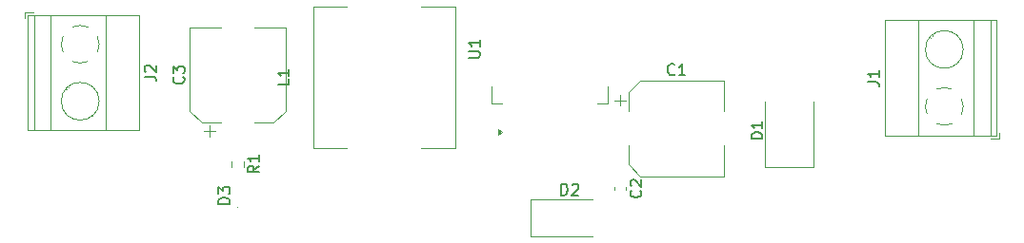
<source format=gbr>
%TF.GenerationSoftware,KiCad,Pcbnew,8.0.4*%
%TF.CreationDate,2024-09-09T00:03:51+05:30*%
%TF.ProjectId,buck conv,6275636b-2063-46f6-9e76-2e6b69636164,rev?*%
%TF.SameCoordinates,Original*%
%TF.FileFunction,Legend,Top*%
%TF.FilePolarity,Positive*%
%FSLAX46Y46*%
G04 Gerber Fmt 4.6, Leading zero omitted, Abs format (unit mm)*
G04 Created by KiCad (PCBNEW 8.0.4) date 2024-09-09 00:03:51*
%MOMM*%
%LPD*%
G01*
G04 APERTURE LIST*
%ADD10C,0.150000*%
%ADD11C,0.120000*%
%ADD12C,0.100000*%
G04 APERTURE END LIST*
D10*
X133159580Y-116416666D02*
X133207200Y-116464285D01*
X133207200Y-116464285D02*
X133254819Y-116607142D01*
X133254819Y-116607142D02*
X133254819Y-116702380D01*
X133254819Y-116702380D02*
X133207200Y-116845237D01*
X133207200Y-116845237D02*
X133111961Y-116940475D01*
X133111961Y-116940475D02*
X133016723Y-116988094D01*
X133016723Y-116988094D02*
X132826247Y-117035713D01*
X132826247Y-117035713D02*
X132683390Y-117035713D01*
X132683390Y-117035713D02*
X132492914Y-116988094D01*
X132492914Y-116988094D02*
X132397676Y-116940475D01*
X132397676Y-116940475D02*
X132302438Y-116845237D01*
X132302438Y-116845237D02*
X132254819Y-116702380D01*
X132254819Y-116702380D02*
X132254819Y-116607142D01*
X132254819Y-116607142D02*
X132302438Y-116464285D01*
X132302438Y-116464285D02*
X132350057Y-116416666D01*
X132254819Y-116083332D02*
X132254819Y-115464285D01*
X132254819Y-115464285D02*
X132635771Y-115797618D01*
X132635771Y-115797618D02*
X132635771Y-115654761D01*
X132635771Y-115654761D02*
X132683390Y-115559523D01*
X132683390Y-115559523D02*
X132731009Y-115511904D01*
X132731009Y-115511904D02*
X132826247Y-115464285D01*
X132826247Y-115464285D02*
X133064342Y-115464285D01*
X133064342Y-115464285D02*
X133159580Y-115511904D01*
X133159580Y-115511904D02*
X133207200Y-115559523D01*
X133207200Y-115559523D02*
X133254819Y-115654761D01*
X133254819Y-115654761D02*
X133254819Y-115940475D01*
X133254819Y-115940475D02*
X133207200Y-116035713D01*
X133207200Y-116035713D02*
X133159580Y-116083332D01*
X173789580Y-126529166D02*
X173837200Y-126576785D01*
X173837200Y-126576785D02*
X173884819Y-126719642D01*
X173884819Y-126719642D02*
X173884819Y-126814880D01*
X173884819Y-126814880D02*
X173837200Y-126957737D01*
X173837200Y-126957737D02*
X173741961Y-127052975D01*
X173741961Y-127052975D02*
X173646723Y-127100594D01*
X173646723Y-127100594D02*
X173456247Y-127148213D01*
X173456247Y-127148213D02*
X173313390Y-127148213D01*
X173313390Y-127148213D02*
X173122914Y-127100594D01*
X173122914Y-127100594D02*
X173027676Y-127052975D01*
X173027676Y-127052975D02*
X172932438Y-126957737D01*
X172932438Y-126957737D02*
X172884819Y-126814880D01*
X172884819Y-126814880D02*
X172884819Y-126719642D01*
X172884819Y-126719642D02*
X172932438Y-126576785D01*
X172932438Y-126576785D02*
X172980057Y-126529166D01*
X172980057Y-126148213D02*
X172932438Y-126100594D01*
X172932438Y-126100594D02*
X172884819Y-126005356D01*
X172884819Y-126005356D02*
X172884819Y-125767261D01*
X172884819Y-125767261D02*
X172932438Y-125672023D01*
X172932438Y-125672023D02*
X172980057Y-125624404D01*
X172980057Y-125624404D02*
X173075295Y-125576785D01*
X173075295Y-125576785D02*
X173170533Y-125576785D01*
X173170533Y-125576785D02*
X173313390Y-125624404D01*
X173313390Y-125624404D02*
X173884819Y-126195832D01*
X173884819Y-126195832D02*
X173884819Y-125576785D01*
X129714819Y-116373333D02*
X130429104Y-116373333D01*
X130429104Y-116373333D02*
X130571961Y-116420952D01*
X130571961Y-116420952D02*
X130667200Y-116516190D01*
X130667200Y-116516190D02*
X130714819Y-116659047D01*
X130714819Y-116659047D02*
X130714819Y-116754285D01*
X129810057Y-115944761D02*
X129762438Y-115897142D01*
X129762438Y-115897142D02*
X129714819Y-115801904D01*
X129714819Y-115801904D02*
X129714819Y-115563809D01*
X129714819Y-115563809D02*
X129762438Y-115468571D01*
X129762438Y-115468571D02*
X129810057Y-115420952D01*
X129810057Y-115420952D02*
X129905295Y-115373333D01*
X129905295Y-115373333D02*
X130000533Y-115373333D01*
X130000533Y-115373333D02*
X130143390Y-115420952D01*
X130143390Y-115420952D02*
X130714819Y-115992380D01*
X130714819Y-115992380D02*
X130714819Y-115373333D01*
X158529819Y-114686904D02*
X159339342Y-114686904D01*
X159339342Y-114686904D02*
X159434580Y-114639285D01*
X159434580Y-114639285D02*
X159482200Y-114591666D01*
X159482200Y-114591666D02*
X159529819Y-114496428D01*
X159529819Y-114496428D02*
X159529819Y-114305952D01*
X159529819Y-114305952D02*
X159482200Y-114210714D01*
X159482200Y-114210714D02*
X159434580Y-114163095D01*
X159434580Y-114163095D02*
X159339342Y-114115476D01*
X159339342Y-114115476D02*
X158529819Y-114115476D01*
X159529819Y-113115476D02*
X159529819Y-113686904D01*
X159529819Y-113401190D02*
X158529819Y-113401190D01*
X158529819Y-113401190D02*
X158672676Y-113496428D01*
X158672676Y-113496428D02*
X158767914Y-113591666D01*
X158767914Y-113591666D02*
X158815533Y-113686904D01*
X176833333Y-116159580D02*
X176785714Y-116207200D01*
X176785714Y-116207200D02*
X176642857Y-116254819D01*
X176642857Y-116254819D02*
X176547619Y-116254819D01*
X176547619Y-116254819D02*
X176404762Y-116207200D01*
X176404762Y-116207200D02*
X176309524Y-116111961D01*
X176309524Y-116111961D02*
X176261905Y-116016723D01*
X176261905Y-116016723D02*
X176214286Y-115826247D01*
X176214286Y-115826247D02*
X176214286Y-115683390D01*
X176214286Y-115683390D02*
X176261905Y-115492914D01*
X176261905Y-115492914D02*
X176309524Y-115397676D01*
X176309524Y-115397676D02*
X176404762Y-115302438D01*
X176404762Y-115302438D02*
X176547619Y-115254819D01*
X176547619Y-115254819D02*
X176642857Y-115254819D01*
X176642857Y-115254819D02*
X176785714Y-115302438D01*
X176785714Y-115302438D02*
X176833333Y-115350057D01*
X177785714Y-116254819D02*
X177214286Y-116254819D01*
X177500000Y-116254819D02*
X177500000Y-115254819D01*
X177500000Y-115254819D02*
X177404762Y-115397676D01*
X177404762Y-115397676D02*
X177309524Y-115492914D01*
X177309524Y-115492914D02*
X177214286Y-115540533D01*
X166761905Y-126954819D02*
X166761905Y-125954819D01*
X166761905Y-125954819D02*
X167000000Y-125954819D01*
X167000000Y-125954819D02*
X167142857Y-126002438D01*
X167142857Y-126002438D02*
X167238095Y-126097676D01*
X167238095Y-126097676D02*
X167285714Y-126192914D01*
X167285714Y-126192914D02*
X167333333Y-126383390D01*
X167333333Y-126383390D02*
X167333333Y-126526247D01*
X167333333Y-126526247D02*
X167285714Y-126716723D01*
X167285714Y-126716723D02*
X167238095Y-126811961D01*
X167238095Y-126811961D02*
X167142857Y-126907200D01*
X167142857Y-126907200D02*
X167000000Y-126954819D01*
X167000000Y-126954819D02*
X166761905Y-126954819D01*
X167714286Y-126050057D02*
X167761905Y-126002438D01*
X167761905Y-126002438D02*
X167857143Y-125954819D01*
X167857143Y-125954819D02*
X168095238Y-125954819D01*
X168095238Y-125954819D02*
X168190476Y-126002438D01*
X168190476Y-126002438D02*
X168238095Y-126050057D01*
X168238095Y-126050057D02*
X168285714Y-126145295D01*
X168285714Y-126145295D02*
X168285714Y-126240533D01*
X168285714Y-126240533D02*
X168238095Y-126383390D01*
X168238095Y-126383390D02*
X167666667Y-126954819D01*
X167666667Y-126954819D02*
X168285714Y-126954819D01*
X139884819Y-124341666D02*
X139408628Y-124674999D01*
X139884819Y-124913094D02*
X138884819Y-124913094D01*
X138884819Y-124913094D02*
X138884819Y-124532142D01*
X138884819Y-124532142D02*
X138932438Y-124436904D01*
X138932438Y-124436904D02*
X138980057Y-124389285D01*
X138980057Y-124389285D02*
X139075295Y-124341666D01*
X139075295Y-124341666D02*
X139218152Y-124341666D01*
X139218152Y-124341666D02*
X139313390Y-124389285D01*
X139313390Y-124389285D02*
X139361009Y-124436904D01*
X139361009Y-124436904D02*
X139408628Y-124532142D01*
X139408628Y-124532142D02*
X139408628Y-124913094D01*
X139884819Y-123389285D02*
X139884819Y-123960713D01*
X139884819Y-123674999D02*
X138884819Y-123674999D01*
X138884819Y-123674999D02*
X139027676Y-123770237D01*
X139027676Y-123770237D02*
X139122914Y-123865475D01*
X139122914Y-123865475D02*
X139170533Y-123960713D01*
X137284819Y-127738094D02*
X136284819Y-127738094D01*
X136284819Y-127738094D02*
X136284819Y-127499999D01*
X136284819Y-127499999D02*
X136332438Y-127357142D01*
X136332438Y-127357142D02*
X136427676Y-127261904D01*
X136427676Y-127261904D02*
X136522914Y-127214285D01*
X136522914Y-127214285D02*
X136713390Y-127166666D01*
X136713390Y-127166666D02*
X136856247Y-127166666D01*
X136856247Y-127166666D02*
X137046723Y-127214285D01*
X137046723Y-127214285D02*
X137141961Y-127261904D01*
X137141961Y-127261904D02*
X137237200Y-127357142D01*
X137237200Y-127357142D02*
X137284819Y-127499999D01*
X137284819Y-127499999D02*
X137284819Y-127738094D01*
X136284819Y-126833332D02*
X136284819Y-126214285D01*
X136284819Y-126214285D02*
X136665771Y-126547618D01*
X136665771Y-126547618D02*
X136665771Y-126404761D01*
X136665771Y-126404761D02*
X136713390Y-126309523D01*
X136713390Y-126309523D02*
X136761009Y-126261904D01*
X136761009Y-126261904D02*
X136856247Y-126214285D01*
X136856247Y-126214285D02*
X137094342Y-126214285D01*
X137094342Y-126214285D02*
X137189580Y-126261904D01*
X137189580Y-126261904D02*
X137237200Y-126309523D01*
X137237200Y-126309523D02*
X137284819Y-126404761D01*
X137284819Y-126404761D02*
X137284819Y-126690475D01*
X137284819Y-126690475D02*
X137237200Y-126785713D01*
X137237200Y-126785713D02*
X137189580Y-126833332D01*
X193999819Y-116838333D02*
X194714104Y-116838333D01*
X194714104Y-116838333D02*
X194856961Y-116885952D01*
X194856961Y-116885952D02*
X194952200Y-116981190D01*
X194952200Y-116981190D02*
X194999819Y-117124047D01*
X194999819Y-117124047D02*
X194999819Y-117219285D01*
X194999819Y-115838333D02*
X194999819Y-116409761D01*
X194999819Y-116124047D02*
X193999819Y-116124047D01*
X193999819Y-116124047D02*
X194142676Y-116219285D01*
X194142676Y-116219285D02*
X194237914Y-116314523D01*
X194237914Y-116314523D02*
X194285533Y-116409761D01*
X142564819Y-116616666D02*
X142564819Y-117092856D01*
X142564819Y-117092856D02*
X141564819Y-117092856D01*
X142564819Y-115759523D02*
X142564819Y-116330951D01*
X142564819Y-116045237D02*
X141564819Y-116045237D01*
X141564819Y-116045237D02*
X141707676Y-116140475D01*
X141707676Y-116140475D02*
X141802914Y-116235713D01*
X141802914Y-116235713D02*
X141850533Y-116330951D01*
X184634819Y-121925594D02*
X183634819Y-121925594D01*
X183634819Y-121925594D02*
X183634819Y-121687499D01*
X183634819Y-121687499D02*
X183682438Y-121544642D01*
X183682438Y-121544642D02*
X183777676Y-121449404D01*
X183777676Y-121449404D02*
X183872914Y-121401785D01*
X183872914Y-121401785D02*
X184063390Y-121354166D01*
X184063390Y-121354166D02*
X184206247Y-121354166D01*
X184206247Y-121354166D02*
X184396723Y-121401785D01*
X184396723Y-121401785D02*
X184491961Y-121449404D01*
X184491961Y-121449404D02*
X184587200Y-121544642D01*
X184587200Y-121544642D02*
X184634819Y-121687499D01*
X184634819Y-121687499D02*
X184634819Y-121925594D01*
X184634819Y-120401785D02*
X184634819Y-120973213D01*
X184634819Y-120687499D02*
X183634819Y-120687499D01*
X183634819Y-120687499D02*
X183777676Y-120782737D01*
X183777676Y-120782737D02*
X183872914Y-120877975D01*
X183872914Y-120877975D02*
X183920533Y-120973213D01*
D11*
%TO.C,C3*%
X133740000Y-111990000D02*
X136490000Y-111990000D01*
X133740000Y-119445563D02*
X133740000Y-111990000D01*
X134804437Y-120510000D02*
X133740000Y-119445563D01*
X134804437Y-120510000D02*
X136490000Y-120510000D01*
X134990000Y-121250000D02*
X135990000Y-121250000D01*
X135490000Y-121750000D02*
X135490000Y-120750000D01*
X141195563Y-120510000D02*
X139510000Y-120510000D01*
X141195563Y-120510000D02*
X142260000Y-119445563D01*
X142260000Y-111990000D02*
X139510000Y-111990000D01*
X142260000Y-119445563D02*
X142260000Y-111990000D01*
%TO.C,C2*%
X171490000Y-126216233D02*
X171490000Y-126508767D01*
X172510000Y-126216233D02*
X172510000Y-126508767D01*
%TO.C,J2*%
X119100000Y-110660000D02*
X119100000Y-111160000D01*
X119340000Y-110900000D02*
X119340000Y-121180000D01*
X119840000Y-110660000D02*
X119100000Y-110660000D01*
X119900000Y-110900000D02*
X119900000Y-121180000D01*
X121400000Y-110900000D02*
X121400000Y-121180000D01*
X122761000Y-117546000D02*
X122726000Y-117511000D01*
X122977000Y-117353000D02*
X122931000Y-117306000D01*
X125069000Y-119855000D02*
X125023000Y-119808000D01*
X125275000Y-119650000D02*
X125239000Y-119615000D01*
X126301000Y-110900000D02*
X126301000Y-121180000D01*
X129261000Y-110900000D02*
X119340000Y-110900000D01*
X129261000Y-110900000D02*
X129261000Y-121180000D01*
X129261000Y-121180000D02*
X119340000Y-121180000D01*
X122319747Y-113528805D02*
G75*
G02*
X122465000Y-112816000I1680254J28806D01*
G01*
X122465244Y-114183318D02*
G75*
G02*
X122320000Y-113500000I1534756J683318D01*
G01*
X123316958Y-111964573D02*
G75*
G02*
X124684000Y-111965000I683041J-1535420D01*
G01*
X124683042Y-115035427D02*
G75*
G02*
X123316000Y-115035000I-683042J1535427D01*
G01*
X125535427Y-112816958D02*
G75*
G02*
X125535000Y-114184000I-1535420J-683041D01*
G01*
X125680000Y-118580000D02*
G75*
G02*
X122320000Y-118580000I-1680000J0D01*
G01*
X122320000Y-118580000D02*
G75*
G02*
X125680000Y-118580000I1680000J0D01*
G01*
%TO.C,U1*%
X160525000Y-117250000D02*
X160525000Y-118750000D01*
X160525000Y-118750000D02*
X161475000Y-118750000D01*
X170925000Y-117250000D02*
X170925000Y-118750000D01*
X170925000Y-118750000D02*
X169975000Y-118750000D01*
X161475000Y-121312500D02*
X161145000Y-121552500D01*
X161145000Y-121072500D01*
X161475000Y-121312500D01*
G36*
X161475000Y-121312500D02*
G01*
X161145000Y-121552500D01*
X161145000Y-121072500D01*
X161475000Y-121312500D01*
G37*
%TO.C,C1*%
X171500000Y-118490000D02*
X172500000Y-118490000D01*
X172000000Y-117990000D02*
X172000000Y-118990000D01*
X172740000Y-117804437D02*
X172740000Y-119490000D01*
X172740000Y-117804437D02*
X173804437Y-116740000D01*
X172740000Y-124195563D02*
X172740000Y-122510000D01*
X172740000Y-124195563D02*
X173804437Y-125260000D01*
X173804437Y-116740000D02*
X181260000Y-116740000D01*
X173804437Y-125260000D02*
X181260000Y-125260000D01*
X181260000Y-116740000D02*
X181260000Y-119490000D01*
X181260000Y-125260000D02*
X181260000Y-122510000D01*
%TO.C,D2*%
X163990000Y-127350000D02*
X163990000Y-130650000D01*
X163990000Y-127350000D02*
X169500000Y-127350000D01*
X163990000Y-130650000D02*
X169500000Y-130650000D01*
%TO.C,R1*%
X137477500Y-123937742D02*
X137477500Y-124412258D01*
X138522500Y-123937742D02*
X138522500Y-124412258D01*
D12*
%TO.C,D3*%
X138050000Y-128090000D02*
G75*
G02*
X137950000Y-128090000I-50000J0D01*
G01*
X137950000Y-128090000D02*
G75*
G02*
X138050000Y-128090000I50000J0D01*
G01*
D11*
%TO.C,J1*%
X195544000Y-111365000D02*
X205465000Y-111365000D01*
X195544000Y-121645000D02*
X195544000Y-111365000D01*
X195544000Y-121645000D02*
X205465000Y-121645000D01*
X198504000Y-121645000D02*
X198504000Y-111365000D01*
X199530000Y-112895000D02*
X199566000Y-112930000D01*
X199736000Y-112690000D02*
X199782000Y-112737000D01*
X201828000Y-115192000D02*
X201874000Y-115239000D01*
X202044000Y-114999000D02*
X202079000Y-115034000D01*
X203405000Y-121645000D02*
X203405000Y-111365000D01*
X204905000Y-121645000D02*
X204905000Y-111365000D01*
X204965000Y-121885000D02*
X205705000Y-121885000D01*
X205465000Y-121645000D02*
X205465000Y-111365000D01*
X205705000Y-121885000D02*
X205705000Y-121385000D01*
X199269573Y-119728042D02*
G75*
G02*
X199270000Y-118361000I1535420J683041D01*
G01*
X200121958Y-117509573D02*
G75*
G02*
X201489000Y-117510000I683042J-1535427D01*
G01*
X201488042Y-120580427D02*
G75*
G02*
X200121000Y-120580000I-683041J1535420D01*
G01*
X202339756Y-118361682D02*
G75*
G02*
X202485000Y-119045000I-1534756J-683318D01*
G01*
X202485253Y-119016195D02*
G75*
G02*
X202340000Y-119729000I-1680254J-28806D01*
G01*
X202485000Y-113965000D02*
G75*
G02*
X199125000Y-113965000I-1680000J0D01*
G01*
X199125000Y-113965000D02*
G75*
G02*
X202485000Y-113965000I1680000J0D01*
G01*
%TO.C,L1*%
X144700000Y-110150000D02*
X147700000Y-110150000D01*
X144700000Y-122750000D02*
X144700000Y-110150000D01*
X147700000Y-122750000D02*
X144700000Y-122750000D01*
X154300000Y-110150000D02*
X157300000Y-110150000D01*
X157300000Y-110150000D02*
X157300000Y-122750000D01*
X157300000Y-122750000D02*
X154300000Y-122750000D01*
%TO.C,D1*%
X184865000Y-118587500D02*
X184865000Y-124472500D01*
X184865000Y-124472500D02*
X189135000Y-124472500D01*
X189135000Y-124472500D02*
X189135000Y-118587500D01*
%TD*%
M02*

</source>
